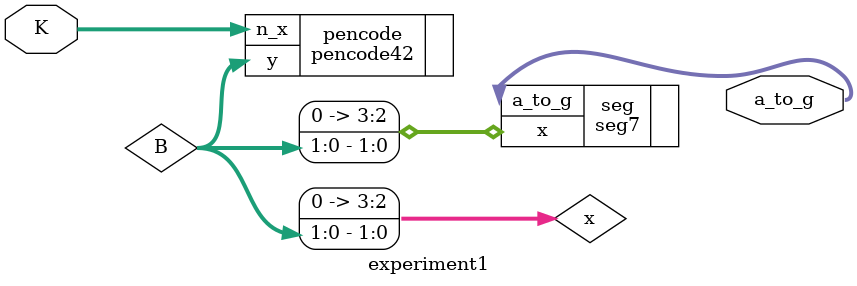
<source format=v>
module experiment1 (
    input[3:0] K,
    output[6:0] a_to_g
);
    wire[1:0] B;
    pencode42 pencode(.n_x(K),.y(B));
    wire[3:0] x;
    assign x={2'b00,B};
    seg7 seg(.x(x),.a_to_g(a_to_g));

    
endmodule
</source>
